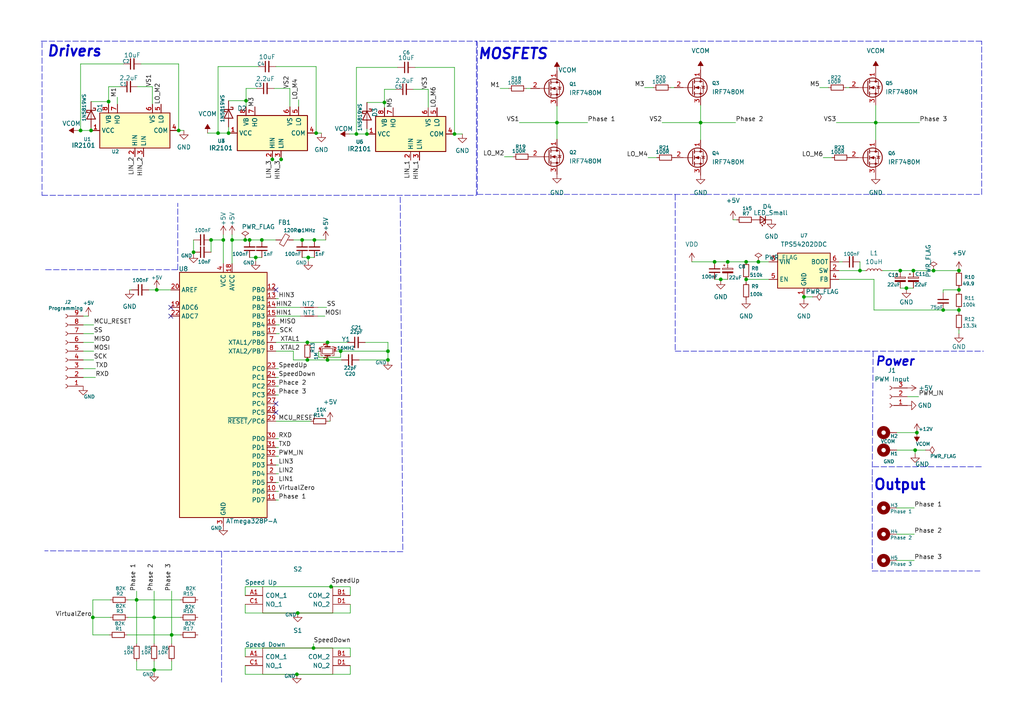
<source format=kicad_sch>
(kicad_sch (version 20211123) (generator eeschema)
  (paper "A4")
  (junction (at 106.426 38.862))
  (junction (at 89.154 99.314))
  (junction (at 78.994 46.228))
  (junction (at 265.43 130.556))
  (junction (at 161.544 35.56))
  (junction (at 39.624 173.99))
  (junction (at 203.2 35.56))
  (junction (at 75.946 69.596))
  (junction (at 254 35.56))
  (junction (at 216.408 81.026))
  (junction (at 51.816 37.846))
  (junction (at 112.522 101.854))
  (junction (at 278.13 78.486))
  (junction (at 91.694 38.608))
  (junction (at 131.826 38.862))
  (junction (at 112.522 104.394))
  (junction (at 211.074 75.946))
  (junction (at 278.13 84.074))
  (junction (at 74.168 74.676))
  (junction (at 209.042 81.026))
  (junction (at 273.558 89.916))
  (junction (at 264.922 78.486))
  (junction (at 111.506 29.718))
  (junction (at 233.172 86.106))
  (junction (at 45.466 84.074))
  (junction (at 49.784 184.15))
  (junction (at 31.496 29.464))
  (junction (at 90.932 187.96))
  (junction (at 81.534 46.228))
  (junction (at 23.368 37.846))
  (junction (at 249.428 78.486))
  (junction (at 270.764 78.486))
  (junction (at 261.112 78.486))
  (junction (at 64.77 69.596))
  (junction (at 265.938 125.476))
  (junction (at 98.806 101.854))
  (junction (at 219.964 75.946))
  (junction (at 61.214 69.596))
  (junction (at 103.378 38.862))
  (junction (at 262.89 83.566))
  (junction (at 66.294 38.608))
  (junction (at 44.704 179.07))
  (junction (at 71.12 69.596))
  (junction (at 86.36 177.8))
  (junction (at 86.106 195.58))
  (junction (at 44.704 194.31))
  (junction (at 207.264 75.946))
  (junction (at 26.416 37.846))
  (junction (at 89.154 104.394))
  (junction (at 67.31 69.596))
  (junction (at 56.134 73.152))
  (junction (at 216.408 75.946))
  (junction (at 87.63 69.596))
  (junction (at 71.374 29.21))
  (junction (at 26.924 179.07))
  (junction (at 94.996 104.394))
  (junction (at 91.186 69.596))
  (junction (at 89.408 74.676))
  (junction (at 96.012 170.18))
  (junction (at 278.13 89.916))
  (junction (at 94.996 99.314))
  (junction (at 63.246 38.608))
  (junction (at 72.39 69.596))
  (no_connect (at 80.01 117.094))
  (no_connect (at 49.53 89.154))
  (no_connect (at 80.01 119.634))
  (no_connect (at 80.01 84.074))
  (no_connect (at 49.53 91.694))
  (wire (pts (xy 120.396 19.558) (xy 131.826 19.558)))
  (wire (pts (xy 242.57 35.56) (xy 254 35.56)))
  (wire (pts (xy 260.096 147.32) (xy 265.176 147.32)))
  (wire (pts (xy 270.764 78.486) (xy 278.13 78.486)))
  (wire (pts (xy 81.534 46.482) (xy 81.534 46.228)))
  (wire (pts (xy 31.496 29.464) (xy 31.496 30.226)))
  (wire (pts (xy 71.12 195.58) (xy 86.106 195.58)))
  (wire (pts (xy 78.994 46.482) (xy 78.994 46.228)))
  (wire (pts (xy 97.536 101.854) (xy 98.806 101.854)))
  (wire (pts (xy 89.154 99.314) (xy 94.996 99.314)))
  (wire (pts (xy 106.426 29.718) (xy 111.506 29.718)))
  (polyline (pts (xy 138.43 12.192) (xy 138.43 56.388)) (stroke (width 0) (type dash)))
  (wire (pts (xy 112.522 99.314) (xy 112.522 101.854)))
  (wire (pts (xy 26.67 179.07) (xy 26.924 179.07)))
  (wire (pts (xy 265.43 130.556) (xy 265.43 131.572)))
  (wire (pts (xy 80.01 91.694) (xy 87.122 91.694)))
  (wire (pts (xy 101.6 177.8) (xy 101.6 175.26)))
  (wire (pts (xy 243.332 78.486) (xy 249.428 78.486)))
  (wire (pts (xy 94.996 99.314) (xy 100.838 99.314)))
  (wire (pts (xy 87.63 74.676) (xy 89.408 74.676)))
  (wire (pts (xy 200.66 75.946) (xy 207.264 75.946)))
  (wire (pts (xy 161.544 35.56) (xy 161.544 40.386)))
  (wire (pts (xy 103.378 19.558) (xy 115.316 19.558)))
  (wire (pts (xy 101.6 170.18) (xy 96.012 170.18)))
  (wire (pts (xy 44.704 179.07) (xy 44.704 186.69)))
  (wire (pts (xy 237.744 25.4) (xy 240.284 25.4)))
  (wire (pts (xy 38.1 84.074) (xy 37.592 84.074)))
  (polyline (pts (xy 284.734 56.388) (xy 284.734 11.938)))
  (wire (pts (xy 219.964 75.946) (xy 223.012 75.946)))
  (wire (pts (xy 85.09 104.394) (xy 89.154 104.394)))
  (polyline (pts (xy 195.834 101.854) (xy 285.242 101.854)))
  (wire (pts (xy 23.368 18.542) (xy 35.814 18.542)))
  (wire (pts (xy 75.946 69.596) (xy 80.01 69.596)))
  (wire (pts (xy 80.772 129.794) (xy 80.01 129.794)))
  (wire (pts (xy 80.772 139.954) (xy 80.01 139.954)))
  (wire (pts (xy 87.63 69.596) (xy 91.186 69.596)))
  (wire (pts (xy 216.408 81.026) (xy 216.408 81.788)))
  (wire (pts (xy 37.084 179.07) (xy 44.704 179.07)))
  (wire (pts (xy 89.408 74.676) (xy 89.408 75.692)))
  (wire (pts (xy 26.924 179.07) (xy 32.004 179.07)))
  (wire (pts (xy 124.206 25.908) (xy 119.888 25.908)))
  (wire (pts (xy 207.264 75.946) (xy 211.074 75.946)))
  (wire (pts (xy 106.426 37.338) (xy 106.426 38.862)))
  (wire (pts (xy 152.654 25.654) (xy 153.924 25.654)))
  (wire (pts (xy 194.564 25.4) (xy 195.58 25.4)))
  (wire (pts (xy 101.6 190.5) (xy 101.6 187.96)))
  (wire (pts (xy 80.01 99.314) (xy 89.154 99.314)))
  (wire (pts (xy 92.456 101.854) (xy 92.456 103.632)))
  (wire (pts (xy 101.346 38.862) (xy 103.378 38.862)))
  (wire (pts (xy 86.106 195.58) (xy 101.6 195.58)))
  (wire (pts (xy 44.704 191.77) (xy 44.704 194.31)))
  (wire (pts (xy 96.012 170.18) (xy 71.12 170.18)))
  (wire (pts (xy 265.43 130.556) (xy 268.478 130.556)))
  (wire (pts (xy 74.168 74.676) (xy 74.168 75.692)))
  (wire (pts (xy 94.996 104.394) (xy 99.06 104.394)))
  (wire (pts (xy 80.772 132.334) (xy 80.01 132.334)))
  (wire (pts (xy 111.506 25.908) (xy 111.506 29.718)))
  (wire (pts (xy 131.826 38.862) (xy 134.112 38.862)))
  (wire (pts (xy 238.76 45.72) (xy 241.3 45.72)))
  (wire (pts (xy 80.772 134.874) (xy 80.01 134.874)))
  (wire (pts (xy 245.364 25.4) (xy 246.38 25.4)))
  (wire (pts (xy 86.614 28.956) (xy 86.614 30.988)))
  (wire (pts (xy 44.704 179.07) (xy 52.324 179.07)))
  (wire (pts (xy 49.784 171.45) (xy 49.784 184.15)))
  (wire (pts (xy 203.2 35.56) (xy 203.2 40.64)))
  (polyline (pts (xy 12.192 12.192) (xy 12.192 56.642)))
  (wire (pts (xy 67.31 69.596) (xy 67.31 68.072)))
  (wire (pts (xy 26.416 37.084) (xy 26.416 37.846)))
  (wire (pts (xy 39.878 25.146) (xy 44.196 25.146)))
  (wire (pts (xy 187.96 45.72) (xy 190.5 45.72)))
  (wire (pts (xy 43.18 84.074) (xy 45.466 84.074)))
  (wire (pts (xy 81.026 96.774) (xy 80.01 96.774)))
  (wire (pts (xy 81.026 94.234) (xy 80.01 94.234)))
  (wire (pts (xy 39.624 171.45) (xy 39.624 173.99)))
  (wire (pts (xy 74.168 74.676) (xy 75.946 74.676)))
  (wire (pts (xy 44.196 25.146) (xy 44.196 30.226)))
  (wire (pts (xy 260.096 130.556) (xy 265.43 130.556)))
  (wire (pts (xy 261.112 83.566) (xy 262.89 83.566)))
  (wire (pts (xy 211.074 75.946) (xy 216.408 75.946)))
  (wire (pts (xy 44.704 195.072) (xy 44.704 194.31)))
  (wire (pts (xy 111.506 29.718) (xy 111.506 31.242)))
  (wire (pts (xy 67.31 69.596) (xy 71.12 69.596)))
  (wire (pts (xy 61.214 69.596) (xy 61.214 73.152)))
  (wire (pts (xy 39.624 173.99) (xy 52.324 173.99)))
  (wire (pts (xy 45.466 84.074) (xy 45.466 83.82)))
  (wire (pts (xy 235.712 86.106) (xy 233.172 86.106)))
  (wire (pts (xy 66.294 29.21) (xy 71.374 29.21)))
  (wire (pts (xy 71.374 25.654) (xy 71.374 29.21)))
  (wire (pts (xy 34.036 28.194) (xy 34.036 30.226)))
  (wire (pts (xy 264.922 78.486) (xy 270.764 78.486)))
  (wire (pts (xy 203.2 35.56) (xy 213.36 35.56)))
  (wire (pts (xy 112.522 104.394) (xy 112.522 104.648)))
  (wire (pts (xy 71.374 29.21) (xy 71.374 30.988)))
  (wire (pts (xy 71.12 177.8) (xy 86.36 177.8)))
  (polyline (pts (xy 138.176 11.938) (xy 138.176 12.192)) (stroke (width 0) (type dash)))
  (wire (pts (xy 249.428 78.486) (xy 250.952 78.486)))
  (wire (pts (xy 85.09 69.596) (xy 87.63 69.596)))
  (wire (pts (xy 260.096 162.56) (xy 265.176 162.56)))
  (wire (pts (xy 61.214 69.596) (xy 64.77 69.596)))
  (wire (pts (xy 64.77 68.072) (xy 64.77 69.596)))
  (wire (pts (xy 31.496 25.146) (xy 31.496 29.464)))
  (wire (pts (xy 89.154 104.394) (xy 94.996 104.394)))
  (wire (pts (xy 56.134 69.596) (xy 56.134 73.152)))
  (wire (pts (xy 278.13 84.074) (xy 278.13 84.582)))
  (wire (pts (xy 95.25 122.174) (xy 95.758 122.174)))
  (wire (pts (xy 103.378 19.558) (xy 103.378 38.862)))
  (wire (pts (xy 249.428 75.946) (xy 249.428 78.486)))
  (wire (pts (xy 63.246 19.304) (xy 74.93 19.304)))
  (wire (pts (xy 94.234 91.694) (xy 92.202 91.694)))
  (wire (pts (xy 146.304 45.466) (xy 148.844 45.466)))
  (wire (pts (xy 211.074 81.026) (xy 209.042 81.026)))
  (wire (pts (xy 90.932 186.69) (xy 90.932 187.96)))
  (wire (pts (xy 26.924 179.07) (xy 26.924 173.99)))
  (wire (pts (xy 216.408 75.946) (xy 219.964 75.946)))
  (wire (pts (xy 71.12 170.18) (xy 71.12 172.72)))
  (polyline (pts (xy 12.192 56.642) (xy 138.176 56.642)))
  (wire (pts (xy 71.12 175.26) (xy 71.12 177.8)))
  (wire (pts (xy 27.686 106.934) (xy 24.13 106.934)))
  (polyline (pts (xy 253.238 101.854) (xy 252.984 138.176)))
  (wire (pts (xy 23.368 37.846) (xy 26.416 37.846)))
  (wire (pts (xy 39.624 194.31) (xy 44.704 194.31)))
  (wire (pts (xy 131.826 19.558) (xy 131.826 38.862)))
  (wire (pts (xy 278.13 84.074) (xy 273.558 84.074)))
  (wire (pts (xy 80.01 19.304) (xy 91.694 19.304)))
  (wire (pts (xy 80.772 127.254) (xy 80.01 127.254)))
  (wire (pts (xy 80.772 137.414) (xy 80.01 137.414)))
  (wire (pts (xy 80.01 89.154) (xy 87.122 89.154)))
  (wire (pts (xy 26.924 173.99) (xy 32.004 173.99)))
  (wire (pts (xy 36.83 184.15) (xy 49.784 184.15)))
  (wire (pts (xy 150.622 35.56) (xy 161.544 35.56)))
  (wire (pts (xy 262.89 83.566) (xy 262.89 83.82)))
  (wire (pts (xy 67.31 76.454) (xy 67.31 69.596)))
  (wire (pts (xy 49.784 194.31) (xy 44.704 194.31)))
  (wire (pts (xy 80.01 101.854) (xy 85.09 101.854)))
  (wire (pts (xy 27.686 109.474) (xy 24.13 109.474)))
  (polyline (pts (xy 138.176 56.642) (xy 138.176 11.938)) (stroke (width 0) (type dash)))
  (wire (pts (xy 278.13 89.662) (xy 278.13 89.916)))
  (wire (pts (xy 243.332 81.026) (xy 253.492 81.026)))
  (wire (pts (xy 278.13 95.758) (xy 278.13 96.774)))
  (wire (pts (xy 84.074 25.654) (xy 84.074 30.988)))
  (wire (pts (xy 253.492 81.026) (xy 253.492 89.916)))
  (wire (pts (xy 124.206 25.908) (xy 124.206 31.242)))
  (wire (pts (xy 72.39 69.596) (xy 75.946 69.596)))
  (wire (pts (xy 40.894 18.542) (xy 51.816 18.542)))
  (polyline (pts (xy 51.562 78.232) (xy 51.562 58.928)))
  (wire (pts (xy 161.544 30.734) (xy 161.544 35.56)))
  (wire (pts (xy 233.172 86.868) (xy 233.172 86.106)))
  (wire (pts (xy 186.944 25.4) (xy 189.484 25.4)))
  (wire (pts (xy 37.084 173.99) (xy 39.624 173.99)))
  (wire (pts (xy 27.178 96.774) (xy 24.13 96.774)))
  (wire (pts (xy 45.466 84.074) (xy 49.53 84.074)))
  (wire (pts (xy 273.558 89.916) (xy 278.13 89.916)))
  (wire (pts (xy 71.12 69.596) (xy 72.39 69.596)))
  (wire (pts (xy 85.09 101.854) (xy 85.09 104.394)))
  (polyline (pts (xy 11.938 11.938) (xy 138.176 11.938)) (stroke (width 0) (type dash)))
  (wire (pts (xy 64.77 69.596) (xy 64.77 76.454)))
  (wire (pts (xy 44.704 171.45) (xy 44.704 179.07)))
  (wire (pts (xy 209.042 81.026) (xy 209.042 81.28)))
  (polyline (pts (xy 195.834 56.388) (xy 195.834 101.854)))
  (wire (pts (xy 56.134 73.66) (xy 56.134 73.152)))
  (wire (pts (xy 101.6 172.72) (xy 101.6 170.18)))
  (polyline (pts (xy 64.262 160.02) (xy 64.262 197.866)))
  (wire (pts (xy 80.01 122.174) (xy 90.17 122.174)))
  (wire (pts (xy 90.932 187.96) (xy 101.6 187.96)))
  (wire (pts (xy 74.422 25.654) (xy 71.374 25.654)))
  (wire (pts (xy 91.186 69.596) (xy 94.488 69.596)))
  (wire (pts (xy 266.446 115.062) (xy 263.144 115.062)))
  (wire (pts (xy 91.694 19.304) (xy 91.694 38.608)))
  (polyline (pts (xy 252.984 138.176) (xy 252.984 165.608)))
  (wire (pts (xy 111.506 25.908) (xy 114.808 25.908)))
  (wire (pts (xy 212.598 63.754) (xy 213.614 63.754)))
  (wire (pts (xy 63.246 38.608) (xy 66.294 38.608)))
  (wire (pts (xy 89.408 74.676) (xy 91.186 74.676)))
  (wire (pts (xy 79.502 25.654) (xy 84.074 25.654)))
  (wire (pts (xy 80.772 142.494) (xy 80.01 142.494)))
  (wire (pts (xy 66.294 36.83) (xy 66.294 38.608)))
  (wire (pts (xy 203.2 30.48) (xy 203.2 35.56)))
  (wire (pts (xy 253.492 89.916) (xy 273.558 89.916)))
  (wire (pts (xy 80.772 109.474) (xy 80.01 109.474)))
  (wire (pts (xy 22.606 37.846) (xy 23.368 37.846)))
  (wire (pts (xy 51.816 37.846) (xy 53.34 37.846)))
  (wire (pts (xy 27.178 104.394) (xy 24.13 104.394)))
  (wire (pts (xy 31.496 25.146) (xy 34.798 25.146)))
  (wire (pts (xy 51.816 18.542) (xy 51.816 37.846)))
  (wire (pts (xy 23.368 37.846) (xy 23.368 18.542)))
  (wire (pts (xy 261.112 78.486) (xy 264.922 78.486)))
  (wire (pts (xy 27.178 99.314) (xy 24.13 99.314)))
  (wire (pts (xy 60.198 38.608) (xy 63.246 38.608)))
  (wire (pts (xy 86.36 177.8) (xy 101.6 177.8)))
  (wire (pts (xy 71.12 193.04) (xy 71.12 195.58)))
  (wire (pts (xy 49.784 191.77) (xy 49.784 194.31)))
  (wire (pts (xy 92.456 103.632) (xy 98.806 103.632)))
  (wire (pts (xy 49.784 184.15) (xy 49.784 186.69)))
  (wire (pts (xy 101.6 193.04) (xy 101.6 195.58)))
  (wire (pts (xy 260.096 125.476) (xy 265.938 125.476)))
  (wire (pts (xy 207.264 81.026) (xy 209.042 81.026)))
  (wire (pts (xy 80.772 86.614) (xy 80.01 86.614)))
  (polyline (pts (xy 252.984 165.608) (xy 284.226 165.608)))
  (wire (pts (xy 91.694 38.608) (xy 93.218 38.608)))
  (wire (pts (xy 192.024 35.56) (xy 203.2 35.56)))
  (polyline (pts (xy 116.84 160.02) (xy 12.954 159.766)))
  (polyline (pts (xy 284.734 11.938) (xy 138.176 11.938)) (stroke (width 0) (type dash)))
  (wire (pts (xy 254 35.56) (xy 266.7 35.56)))
  (wire (pts (xy 24.13 91.694) (xy 25.654 91.694)))
  (wire (pts (xy 80.772 114.554) (xy 80.01 114.554)))
  (wire (pts (xy 104.14 104.394) (xy 112.522 104.394)))
  (wire (pts (xy 27.178 94.234) (xy 24.13 94.234)))
  (wire (pts (xy 254 35.56) (xy 254 40.64)))
  (wire (pts (xy 80.772 112.014) (xy 80.01 112.014)))
  (wire (pts (xy 49.784 184.15) (xy 52.324 184.15)))
  (wire (pts (xy 72.39 74.676) (xy 74.168 74.676)))
  (wire (pts (xy 71.12 187.96) (xy 71.12 190.5)))
  (wire (pts (xy 278.13 89.916) (xy 278.13 90.678)))
  (wire (pts (xy 94.742 89.154) (xy 92.202 89.154)))
  (wire (pts (xy 98.806 101.854) (xy 112.522 101.854)))
  (polyline (pts (xy 116.078 57.15) (xy 116.84 160.02)))
  (polyline (pts (xy 138.43 56.388) (xy 284.734 56.388)))
  (wire (pts (xy 98.806 103.632) (xy 98.806 101.854)))
  (wire (pts (xy 26.924 184.15) (xy 31.75 184.15)))
  (wire (pts (xy 26.416 29.464) (xy 31.496 29.464)))
  (wire (pts (xy 145.034 25.654) (xy 147.574 25.654)))
  (wire (pts (xy 105.918 99.314) (xy 112.522 99.314)))
  (wire (pts (xy 27.178 101.854) (xy 24.13 101.854)))
  (wire (pts (xy 256.032 78.486) (xy 261.112 78.486)))
  (wire (pts (xy 260.096 154.94) (xy 265.176 154.94)))
  (polyline (pts (xy 253.238 135.382) (xy 284.988 135.382)))
  (wire (pts (xy 63.246 19.304) (xy 63.246 38.608)))
  (wire (pts (xy 80.772 106.934) (xy 80.01 106.934)))
  (wire (pts (xy 243.332 75.946) (xy 244.348 75.946)))
  (wire (pts (xy 264.922 83.566) (xy 262.89 83.566)))
  (wire (pts (xy 103.378 38.862) (xy 106.426 38.862)))
  (polyline (pts (xy 13.208 78.232) (xy 51.562 78.232)))
  (wire (pts (xy 278.13 83.566) (xy 278.13 84.074)))
  (wire (pts (xy 273.558 84.074) (xy 273.558 84.836)))
  (wire (pts (xy 26.924 179.07) (xy 26.924 184.15)))
  (wire (pts (xy 216.408 81.026) (xy 223.012 81.026)))
  (wire (pts (xy 112.522 101.854) (xy 112.522 104.394)))
  (wire (pts (xy 39.624 173.99) (xy 39.624 186.69)))
  (wire (pts (xy 71.12 187.96) (xy 90.932 187.96)))
  (wire (pts (xy 96.012 169.418) (xy 96.012 170.18)))
  (wire (pts (xy 39.624 191.77) (xy 39.624 194.31)))
  (wire (pts (xy 254 30.48) (xy 254 35.56)))
  (wire (pts (xy 80.772 145.034) (xy 80.01 145.034)))
  (wire (pts (xy 161.544 35.56) (xy 170.434 35.56)))
  (text "Drivers" (at 13.462 16.764 0) (effects (font (size 3 3) (thickness 0.6) bold italic) (justify left bottom)))
  (text "Power\n" (at 253.746 106.426 0) (effects (font (size 2.5 2.5) (thickness 0.5) bold italic) (justify left bottom)))
  (text "Output\n" (at 253.238 142.494 0) (effects (font (size 3 3) (thickness 0.6) bold) (justify left bottom)))
  (text "MOSFETS" (at 138.43 17.526 0) (effects (font (size 3 3) (thickness 0.6) bold italic) (justify left bottom)))
  (label "SCK" (at 27.178 104.394 0))
  (label "Phase 2" (at 213.36 35.56 0))
  (label "Phase 2" (at 44.704 171.45 90))
  (label "MISO" (at 27.178 99.314 0))
  (label "Phase 3" (at 49.784 171.45 90))
  (label "PWM_IN" (at 266.446 115.062 0))
  (label "HIN1" (at 80.01 91.694 0))
  (label "Phace 3" (at 80.772 114.554 0))
  (label "LO_M4" (at 187.96 45.72 180))
  (label "LO_M6" (at 126.746 31.242 90))
  (label "VirtualZero" (at 80.772 142.494 0))
  (label "HIN_1" (at 121.666 46.482 270))
  (label "MCU_RESET" (at 80.772 122.174 0))
  (label "Phase 2" (at 265.176 154.94 0))
  (label "LO_M6" (at 238.76 45.72 180))
  (label "LIN2" (at 80.772 137.414 0))
  (label "MOSI" (at 94.234 91.694 0))
  (label "RXD" (at 27.686 109.474 0))
  (label "Phase 1" (at 80.772 145.034 0))
  (label "VS3" (at 242.57 35.56 180))
  (label "TXD" (at 80.772 129.794 0))
  (label "HIN3" (at 80.772 86.614 0))
  (label "TXD" (at 27.686 106.934 0))
  (label "LO_M2" (at 146.304 45.466 180))
  (label "SpeedDown" (at 80.772 109.474 0))
  (label "LO_M2" (at 46.736 30.226 90))
  (label "VirtualZero" (at 26.67 179.07 180))
  (label "LIN3" (at 80.772 134.874 0))
  (label "SS" (at 94.742 89.154 0))
  (label "VS1" (at 44.196 25.146 90))
  (label "Phace 2" (at 80.772 112.014 0))
  (label "SCK" (at 81.026 96.774 0))
  (label "Phase 1" (at 39.624 171.45 90))
  (label "HIN_3" (at 81.534 46.482 270))
  (label "M3" (at 73.914 30.988 90))
  (label "Phase 3" (at 265.176 162.56 0))
  (label "HIN_2" (at 41.656 45.466 270))
  (label "Phase 1" (at 265.176 147.32 0))
  (label "MCU_RESET" (at 27.178 94.234 0))
  (label "MOSI" (at 27.178 101.854 0))
  (label "XTAL2" (at 81.28 101.854 0))
  (label "SS" (at 27.178 96.774 0))
  (label "SpeedUp" (at 80.772 106.934 0))
  (label "VS3" (at 124.206 25.908 90))
  (label "SpeedUp" (at 96.012 169.418 0))
  (label "MISO" (at 81.026 94.234 0))
  (label "RXD" (at 80.772 127.254 0))
  (label "Phase 3" (at 266.7 35.56 0))
  (label "Phase 1" (at 170.434 35.56 0))
  (label "XTAL1" (at 81.28 99.314 0))
  (label "LO_M4" (at 86.614 28.956 90))
  (label "SpeedDown" (at 90.932 186.69 0))
  (label "VS2" (at 192.024 35.56 180))
  (label "PWM_IN" (at 80.772 132.334 0))
  (label "LIN1" (at 80.772 139.954 0))
  (label "M1" (at 145.034 25.654 180))
  (label "M5" (at 114.046 31.242 90))
  (label "M3" (at 186.944 25.4 180))
  (label "M5" (at 237.744 25.4 180))
  (label "LIN_1" (at 119.126 46.482 270))
  (label "HIN2" (at 80.01 89.154 0))
  (label "LIN_2" (at 39.116 45.466 270))
  (label "LIN_3" (at 78.994 46.482 270))
  (label "M1" (at 34.036 28.194 90))
  (label "VS1" (at 150.622 35.56 180))
  (label "VS2" (at 84.074 25.654 90))
  (symbol (lib_id "power:GND") (at 233.172 86.868 0) (unit 1)
    (property "Reference" "#PWR07" (effects hide))
    (property "Value" "GND" (at 233.172 91.694 0))
  )
  (symbol (lib_id "Device:C_Small") (at 75.946 72.136 180) (unit 1)
    (property "Reference" "C17" (effects hide))
    (property "Value" "1nF" (at 79.248 73.66 0) (effects (font (size 1 1)) (justify left)))
    (property "JLCSMT" "C52923" (effects hide))
  )
  (symbol (lib_id "power:GND") (at 86.36 177.8 0) (unit 1)
    (property "Reference" "#PWR0116" (effects hide))
    (property "Value" "GND" (at 84.328 178.308 0) (effects (font (size 1.01 1.01))))
  )
  (symbol (lib_id "Device:C_Small") (at 101.6 104.394 90) (unit 1)
    (property "Reference" "C20" (at 101.6 108.458 90) (effects (font (size 1 1))))
    (property "Value" "22pF" (at 101.6 106.68 90) (effects (font (size 1 1))))
    (property "JLCSMT" "C1555" (effects hide))
  )
  (symbol (lib_id "power:GND") (at 223.774 63.754 0) (unit 1)
    (property "Reference" "#PWR06" (effects hide))
    (property "Value" "GND" (at 223.774 68.58 0))
  )
  (symbol (lib_id "power:GND") (at 24.13 112.014 0) (unit 1)
    (property "Reference" "#PWR011" (effects hide))
    (property "Value" "GND" (at 25.908 115.062 0) (effects (font (size 1.01 1.01))))
  )
  (symbol (lib_id "Device:C_Small") (at 72.39 72.136 180) (unit 1)
    (property "Reference" "C16" (effects hide))
    (property "Value" "100nF" (at 72.136 73.66 0) (effects (font (size 1 1)) (justify left)))
    (property "JLCSMT" "C14663" (effects hide))
  )
  (symbol (lib_id "power:+5V") (at 45.466 83.82 0) (unit 1)
    (property "Reference" "#PWR014" (effects hide))
    (property "Value" "+5V" (at 45.466 80.518 0) (effects (font (size 1 1))))
  )
  (symbol (lib_id "Connector:Conn_01x03_Female") (at 258.064 115.062 180) (unit 1)
    (property "Reference" "J1" (at 258.699 107.442 0))
    (property "Value" "PWM Input" (at 258.699 109.982 0))
  )
  (symbol (lib_id "power:+5V") (at 278.13 78.486 0) (unit 1)
    (property "Reference" "#PWR09" (effects hide))
    (property "Value" "+5V" (at 278.13 73.406 0))
  )
  (symbol (lib_id "Device:R_Small") (at 151.384 45.466 90) (unit 1)
    (property "Reference" "R19" (at 152.527 42.545 90) (effects (font (size 1 1)) (justify left)))
    (property "Value" "100R" (at 152.527 43.815 90) (effects (font (size 1 1)) (justify left)))
    (property "Footprint" "Resistor_SMD:R_0402_1005Metric" (effects hide))
    (property "JLCSMT" "C328416" (effects hide))
  )
  (symbol (lib_id "Mechanical:MountingHole_Pad") (at 257.556 154.94 90) (unit 1)
    (property "Reference" "H4" (at 259.334 154.178 90) (effects (font (size 1 1))))
    (property "Value" "Phase 2" (at 261.366 155.956 90) (effects (font (size 1 1))))
  )
  (symbol (lib_id "power:GND") (at 203.2 50.8 0) (unit 1)
    (property "Reference" "#PWR0103" (effects hide))
    (property "Value" "GND" (at 203.2 55.88 0))
  )
  (symbol (lib_id "power:+12V") (at 265.938 125.476 0) (unit 1)
    (property "Reference" "#PWR0108" (effects hide))
    (property "Value" "+12V" (at 268.478 124.46 0) (effects (font (size 1 1))))
  )
  (symbol (lib_id "power:PWR_FLAG") (at 235.712 86.106 270) (unit 1)
    (property "Reference" "#FLG02" (effects hide))
    (property "Value" "PWR_FLAG" (at 233.68 84.582 90) (effects (justify left)))
  )
  (symbol (lib_id "Driver_FET:IR2101") (at 78.994 38.608 90) (unit 1)
    (property "Reference" "U3" (at 65.278 40.894 90) (effects (font (size 1 1)) (justify left)))
    (property "Value" "IR2101" (at 67.564 42.926 90) (effects (justify left)))
    (property "Datasheet" "https://www.infineon.com/dgdl/ir2101.pdf?fileId=5546d462533600a4015355c7a755166c" (effects hide))
    (property "JLCSMT" "C2956" (effects hide))
  )
  (symbol (lib_id "Device:C_Small") (at 207.264 78.486 0) (unit 1)
    (property "Reference" "C7" (effects hide))
    (property "Value" "100nF" (at 203.454 80.264 0) (effects (font (size 1 1)) (justify left)))
    (property "JLCSMT" "C14663" (effects hide))
  )
  (symbol (lib_id "Driver_FET:IR2101") (at 39.116 37.846 90) (unit 1)
    (property "Reference" "U1" (at 26.416 40.386 90) (effects (font (size 1 1)) (justify left)))
    (property "Value" "IR2101" (at 27.686 42.164 90) (effects (justify left)))
    (property "Datasheet" "https://www.infineon.com/dgdl/ir2101.pdf?fileId=5546d462533600a4015355c7a755166c" (effects hide))
    (property "JLCSMT" "C2956" (effects hide))
  )
  (symbol (lib_id "Device:C_Small") (at 77.47 19.304 90) (unit 1)
    (property "Reference" "C4" (at 75.692 18.542 90) (effects (font (size 1 1))))
    (property "Value" "10uF" (at 77.47 16.51 90))
    (property "JLCSMT" "C89632" (effects hide))
  )
  (symbol (lib_id "Device:L_Small") (at 253.492 78.486 90) (unit 1)
    (property "Reference" "L1" (at 253.492 73.406 90))
    (property "Value" "10uH" (at 253.492 75.946 90))
    (property "Footprint" "Inductor_SMD:L_Vishay_IHLP-2525" (effects hide))
    (property "JLCSMT" "C540965" (effects hide))
  )
  (symbol (lib_id "power:PWR_FLAG") (at 268.478 130.556 270) (unit 1)
    (property "Reference" "#FLG0101" (effects hide))
    (property "Value" "PWR_FLAG" (at 273.558 132.334 90) (effects (font (size 1 1))))
  )
  (symbol (lib_id "Device:R_Small") (at 89.154 101.854 0) (unit 1)
    (property "Reference" "R13" (at 90.678 102.362 90) (effects (font (size 1 1)) (justify left)))
    (property "Value" "1M" (at 91.694 104.394 90) (effects (font (size 1 1)) (justify left)))
    (property "Footprint" "Resistor_SMD:R_0402_1005Metric" (effects hide))
    (property "JLCSMT" "C881263" (effects hide))
  )
  (symbol (lib_id "power:+5V") (at 95.758 122.174 0) (unit 1)
    (property "Reference" "#PWR022" (effects hide))
    (property "Value" "+5V" (at 95.758 116.586 0))
  )
  (symbol (lib_id "power:+5V") (at 67.31 68.072 0) (unit 1)
    (property "Reference" "#PWR018" (effects hide))
    (property "Value" "+5V" (at 67.31 63.5 90))
  )
  (symbol (lib_id "Device:C_Small") (at 58.674 69.596 90) (unit 1)
    (property "Reference" "C14" (effects hide))
    (property "Value" "100nF" (at 61.214 66.802 90) (effects (font (size 1 1)) (justify left)))
    (property "JLCSMT" "C14663" (effects hide))
  )
  (symbol (lib_id "Mechanical:MountingHole_Pad") (at 257.556 125.476 90) (unit 1)
    (property "Reference" "H2" (at 259.334 126.492 90) (effects (font (size 1 1))))
    (property "Value" "VCOM" (at 257.556 128.016 90) (effects (font (size 1 1))))
  )
  (symbol (lib_id "Device:R_Small") (at 192.024 25.4 90) (unit 1)
    (property "Reference" "R20" (at 193.167 22.479 90) (effects (font (size 1 1)) (justify left)))
    (property "Value" "100R" (at 193.167 23.749 90) (effects (font (size 1 1)) (justify left)))
    (property "Footprint" "Resistor_SMD:R_0402_1005Metric" (effects hide))
    (property "JLCSMT" "C328416" (effects hide))
  )
  (symbol (lib_id "Device:R_Small") (at 216.408 78.486 0) (unit 1)
    (property "Reference" "R8" (at 217.932 77.851 0) (effects (font (size 1 1)) (justify left)))
    (property "Value" "510k" (at 217.424 79.756 0) (effects (font (size 1 1)) (justify left)))
    (property "Footprint" "Resistor_SMD:R_0402_1005Metric" (effects hide))
    (property "JLCSMT" "C328323" (effects hide))
  )
  (symbol (lib_id "Device:C_Small") (at 246.888 75.946 90) (unit 1)
    (property "Reference" "C9" (effects hide))
    (property "Value" "100nF" (at 249.428 73.66 90) (effects (font (size 1 1)) (justify left)))
    (property "JLCSMT" "C14663" (effects hide))
  )
  (symbol (lib_id "TS-1187A-B-A-B:TS-1187A-B-A-B") (at 71.12 172.72 0) (unit 1)
    (property "Reference" "S2" (at 86.36 165.1 0))
    (property "Value" "Speed Up" (at 75.692 168.91 0))
    (property "Footprint" "TS-1187A-B-A-B:TS1187ABAB" (effects hide))
    (property "Datasheet" "http://www.helloxkb.com/public/images/pdf/TS-1187A-X-X-X.pdf" (effects hide))
    (property "Description" "tact switch 4x4X1.5 patch 160GF metal head waterproof" (effects hide))
    (property "Height" "4.05" (effects hide))
    (property "Manufacturer_Name" "XKB Connectivity" (effects hide))
    (property "Manufacturer_Part_Number" "TS-1187A-B-A-B" (effects hide))
    (property "JLCSMT" "C318884" (effects hide))
  )
  (symbol (lib_id "power:VDD") (at 200.66 75.946 0) (unit 1)
    (property "Reference" "#PWR02" (effects hide))
    (property "Value" "VDD" (at 200.66 70.866 0))
  )
  (symbol (lib_id "TS-1187A-B-A-B:TS-1187A-B-A-B") (at 71.12 190.5 0) (unit 1)
    (property "Reference" "S1" (at 86.36 182.88 0))
    (property "Value" "Speed Down" (at 76.962 186.944 0))
    (property "Footprint" "TS-1187A-B-A-B:TS1187ABAB" (effects hide))
    (property "Datasheet" "http://www.helloxkb.com/public/images/pdf/TS-1187A-X-X-X.pdf" (effects hide))
    (property "Description" "tact switch 4x4X1.5 patch 160GF metal head waterproof" (effects hide))
    (property "Height" "4.05" (effects hide))
    (property "Manufacturer_Name" "XKB Connectivity" (effects hide))
    (property "Manufacturer_Part_Number" "TS-1187A-B-A-B" (effects hide))
    (property "JLCSMT" "C318884" (effects hide))
  )
  (symbol (lib_id "Device:FerriteBead_Small") (at 82.55 69.596 90) (unit 1)
    (property "Reference" "FB1" (at 82.5119 64.516 90))
    (property "Value" "120R@1MHz" (at 86.868 66.802 90) (effects (font (size 1 1))))
    (property "Footprint" "Inductor_SMD:L_0402_1005Metric" (effects hide))
    (property "JLCSMT" "C92036" (effects hide))
  )
  (symbol (lib_id "power:VCOM") (at 161.544 20.574 0) (unit 1)
    (property "Reference" "#PWR0109" (effects hide))
    (property "Value" "VCOM" (at 164.592 20.32 0))
  )
  (symbol (lib_id "Device:R_Small") (at 54.864 184.15 90) (unit 1)
    (property "Reference" "R17" (at 56.134 182.372 90) (effects (font (size 1 1)) (justify left)))
    (property "Value" "82K" (at 56.642 180.848 90) (effects (font (size 1 1)) (justify left)))
    (property "Footprint" "Resistor_SMD:R_0402_1005Metric" (effects hide))
    (property "JLCSMT" "1K5R040" (effects hide))
  )
  (symbol (lib_id "Device:R_Small") (at 39.624 189.23 180) (unit 1)
    (property "Reference" "R4" (at 38.862 187.96 0) (effects (font (size 1 1)) (justify left)))
    (property "Value" "10K" (at 38.862 189.23 0) (effects (font (size 1 1)) (justify left)))
    (property "Footprint" "Resistor_SMD:R_0402_1005Metric" (effects hide))
    (property "JLCSMT" "C317926" (effects hide))
  )
  (symbol (lib_id "Transistor_FET:IRF7480M") (at 251.46 45.72 0) (unit 1)
    (property "Reference" "Q6" (at 257.556 44.4499 0) (effects (font (size 1 1)) (justify left)))
    (property "Value" "IRF7480M" (at 257.556 46.9899 0) (effects (justify left)))
    (property "Footprint" "Package_DirectFET:DirectFET_ME" (effects hide))
    (property "Datasheet" "https://www.infineon.com/dgdl/Infineon-IRF7480M-DS-v01_02-EN.pdf?fileId=5546d462533600a4015355ff8fa41c30" (effects hide))
    (property "JLCSMT" "C152356" (effects hide))
  )
  (symbol (lib_id "power:VCOM") (at 101.346 38.862 90) (unit 1)
    (property "Reference" "#PWR0110" (effects hide))
    (property "Value" "VCOM" (at 97.028 37.338 90) (effects (justify right)))
  )
  (symbol (lib_id "Device:C_Small") (at 76.962 25.654 90) (unit 1)
    (property "Reference" "C3" (at 74.93 24.638 90) (effects (font (size 1 1))))
    (property "Value" "2.2uF" (at 76.962 22.86 90))
  )
  (symbol (lib_id "Device:R_Small") (at 34.29 184.15 90) (unit 1)
    (property "Reference" "R1" (at 35.56 182.372 90) (effects (font (size 1 1)) (justify left)))
    (property "Value" "82K" (at 36.322 180.848 90) (effects (font (size 1 1)) (justify left)))
    (property "Footprint" "Resistor_SMD:R_0402_1005Metric" (effects hide))
    (property "JLCSMT" "1K5R040" (effects hide))
  )
  (symbol (lib_id "power:GND") (at 37.592 84.074 0) (unit 1)
    (property "Reference" "#PWR013" (effects hide))
    (property "Value" "GND" (at 37.592 88.9 0))
  )
  (symbol (lib_id "power:GND") (at 64.77 152.654 0) (unit 1)
    (property "Reference" "#PWR017" (effects hide))
    (property "Value" "GND" (at 62.738 153.162 0) (effects (font (size 1.01 1.01))))
  )
  (symbol (lib_id "Device:C_Small") (at 117.856 19.558 90) (unit 1)
    (property "Reference" "C6" (at 117.856 15.24 90) (effects (font (size 1 1))))
    (property "Value" "10uF" (at 117.856 16.764 90))
    (property "JLCSMT" "C89632" (effects hide))
  )
  (symbol (lib_id "power:GND") (at 74.168 75.692 0) (unit 1)
    (property "Reference" "#PWR019" (effects hide))
    (property "Value" "GND" (at 72.136 76.2 0) (effects (font (size 1.01 1.01))))
  )
  (symbol (lib_id "power:GND") (at 254 50.8 0) (unit 1)
    (property "Reference" "#PWR0102" (effects hide))
    (property "Value" "GND" (at 254 55.88 0))
  )
  (symbol (lib_id "Device:R_Small") (at 34.544 179.07 90) (unit 1)
    (property "Reference" "R3" (at 35.814 177.292 90) (effects (font (size 1 1)) (justify left)))
    (property "Value" "82K" (at 36.576 175.768 90) (effects (font (size 1 1)) (justify left)))
    (property "Footprint" "Resistor_SMD:R_0402_1005Metric" (effects hide))
    (property "JLCSMT" "1K5R040" (effects hide))
  )
  (symbol (lib_id "power:+5V") (at 94.488 69.596 0) (unit 1)
    (property "Reference" "#PWR021" (effects hide))
    (property "Value" "+5V" (at 94.488 65.024 90))
  )
  (symbol (lib_id "Device:R_Small") (at 150.114 25.654 90) (unit 1)
    (property "Reference" "R18" (at 151.257 22.733 90) (effects (font (size 1 1)) (justify left)))
    (property "Value" "100R" (at 151.257 24.003 90) (effects (font (size 1 1)) (justify left)))
    (property "Footprint" "Resistor_SMD:R_0402_1005Metric" (effects hide))
    (property "JLCSMT" "C328416" (effects hide))
  )
  (symbol (lib_id "power:+5V") (at 25.654 91.694 0) (unit 1)
    (property "Reference" "#PWR012" (effects hide))
    (property "Value" "+5V" (at 25.654 87.884 0) (effects (font (size 1 1))))
  )
  (symbol (lib_id "Device:C_Polarized_Small") (at 261.112 81.026 0) (unit 1)
    (property "Reference" "C10" (at 257.556 79.756 0) (effects (font (size 1 1)) (justify left)))
    (property "Value" "22uF" (at 257.302 82.55 0) (effects (font (size 1 1)) (justify left)))
  )
  (symbol (lib_id "Device:R_Small") (at 216.154 63.754 90) (unit 1)
    (property "Reference" "R7" (at 217.424 61.976 90) (effects (font (size 1 1)) (justify left)))
    (property "Value" "1k5" (at 218.186 60.452 90) (effects (font (size 1 1)) (justify left)))
    (property "Footprint" "Resistor_SMD:R_0402_1005Metric" (effects hide))
    (property "JLCSMT" "C328305" (effects hide))
  )
  (symbol (lib_id "power:GND") (at 93.218 38.608 0) (unit 1)
    (property "Reference" "#PWR0105" (effects hide))
    (property "Value" "GND" (at 93.218 43.434 0))
  )
  (symbol (lib_id "Device:R_Small") (at 44.704 189.23 180) (unit 1)
    (property "Reference" "R5" (at 43.942 187.96 0) (effects (font (size 1 1)) (justify left)))
    (property "Value" "10K" (at 43.942 189.23 0) (effects (font (size 1 1)) (justify left)))
    (property "Footprint" "Resistor_SMD:R_0402_1005Metric" (effects hide))
    (property "JLCSMT" "C317926" (effects hide))
  )
  (symbol (lib_id "power:GND") (at 278.13 96.774 0) (unit 1)
    (property "Reference" "#PWR010" (effects hide))
    (property "Value" "GND" (at 278.13 100.584 0))
  )
  (symbol (lib_id "Diode:1N5819WS") (at 26.416 33.274 270) (unit 1)
    (property "Reference" "D1" (at 28.956 29.972 0) (effects (justify left)))
    (property "Value" "1N5819WS" (at 24.384 27.178 0) (effects (font (size 1 1)) (justify left)))
    (property "Footprint" "Diode_SMD:D_SOD-323" (effects hide))
    (property "Datasheet" "https://datasheet.lcsc.com/lcsc/2204281430_Guangdong-Hottech-1N5819WS_C191023.pdf" (effects hide))
  )
  (symbol (lib_id "Device:R_Small") (at 278.13 87.122 0) (unit 1)
    (property "Reference" "R11" (at 279.654 86.487 0) (effects (font (size 1 1)) (justify left)))
    (property "Value" "100k" (at 279.146 88.392 0) (effects (font (size 1 1)) (justify left)))
    (property "Footprint" "Resistor_SMD:R_0402_1005Metric" (effects hide))
    (property "JLCSMT" "C328415" (effects hide))
  )
  (symbol (lib_id "power:GND") (at 262.89 83.82 0) (unit 1)
    (property "Reference" "#PWR08" (effects hide))
    (property "Value" "GND" (at 262.89 87.63 0))
  )
  (symbol (lib_id "Device:C_Small") (at 103.378 99.314 90) (unit 1)
    (property "Reference" "C21" (at 103.378 94.996 90) (effects (font (size 1 1))))
    (property "Value" "22pF" (at 103.3843 96.266 90) (effects (font (size 1 1))))
    (property "JLCSMT" "C1555" (effects hide))
  )
  (symbol (lib_id "Driver_FET:IR2101") (at 78.994 38.608 90) (unit 1)
    (property "Reference" "U4" (at 65.278 40.894 90) (effects (font (size 1 1)) (justify left)))
    (property "Value" "IR2101" (at 67.564 42.926 90) (effects (justify left)))
    (property "Datasheet" "https://www.infineon.com/dgdl/ir2101.pdf?fileId=5546d462533600a4015355c7a755166c" (effects hide))
    (property "JLCSMT" "C2956" (effects hide))
  )
  (symbol (lib_id "Diode:1N5819WS") (at 106.426 33.528 270) (unit 1)
    (property "Reference" "D3" (at 108.712 31.242 0) (effects (justify left)))
    (property "Value" "1N5819WS" (at 104.394 29.972 0) (effects (font (size 1 1)) (justify left)))
    (property "Footprint" "Diode_SMD:D_SOD-323" (effects hide))
    (property "Datasheet" "https://datasheet.lcsc.com/lcsc/2204281430_Guangdong-Hottech-1N5819WS_C191023.pdf" (effects hide))
  )
  (symbol (lib_id "power:VCOM") (at 265.938 125.476 180) (unit 1)
    (property "Reference" "#PWR025" (effects hide))
    (property "Value" "VCOM" (at 267.716 128.778 0) (effects (font (size 1 1))))
  )
  (symbol (lib_id "Device:LED_Small") (at 221.234 63.754 180) (unit 1)
    (property "Reference" "D4" (at 222.504 59.944 0))
    (property "Value" "LED_Small" (at 223.52 61.722 0))
    (property "Footprint" "LED_SMD:LED_0603_1608Metric" (effects hide))
  )
  (symbol (lib_id "Device:Crystal_GND24_Small") (at 94.996 101.854 90) (unit 1)
    (property "Reference" "Y1" (at 100.33 98.425 90))
    (property "Value" "16MHZ" (at 100.33 100.9651 90) (effects (font (size 1 1))))
    (property "Footprint" "Crystal:Crystal_SMD_3225-4Pin_3.2x2.5mm" (effects hide))
    (property "JLCSMT" "C13738" (effects hide))
  )
  (symbol (lib_id "Device:C_Small") (at 38.354 18.542 90) (unit 1)
    (property "Reference" "C2" (at 36.576 17.78 90) (effects (font (size 1 1))))
    (property "Value" "10uF" (at 38.354 16.002 90))
    (property "JLCSMT" "C89632" (effects hide))
  )
  (symbol (lib_id "Device:C_Small") (at 40.64 84.074 90) (unit 1)
    (property "Reference" "C13" (effects hide))
    (property "Value" "100nF" (at 43.18 81.28 90) (effects (font (size 1 1)) (justify left)))
    (property "JLCSMT" "C14663" (effects hide))
  )
  (symbol (lib_id "power:GND") (at 209.042 81.28 0) (unit 1)
    (property "Reference" "#PWR03" (effects hide))
    (property "Value" "GND" (at 209.042 86.106 0))
  )
  (symbol (lib_id "power:GND") (at 86.106 195.58 0) (unit 1)
    (property "Reference" "#PWR0117" (effects hide))
    (property "Value" "GND" (at 84.074 196.088 0) (effects (font (size 1.01 1.01))))
  )
  (symbol (lib_id "Transistor_FET:IRF7480M") (at 200.66 25.4 0) (unit 1)
    (property "Reference" "Q3" (at 206.502 24.1299 0) (effects (font (size 1 1)) (justify left)))
    (property "Value" "IRF7480M" (at 206.502 26.6699 0) (effects (justify left)))
    (property "Footprint" "Package_DirectFET:DirectFET_ME" (effects hide))
    (property "Datasheet" "https://www.infineon.com/dgdl/Infineon-IRF7480M-DS-v01_02-EN.pdf?fileId=5546d462533600a4015355ff8fa41c30" (effects hide))
    (property "JLCSMT" "C152356" (effects hide))
  )
  (symbol (lib_id "Device:R_Small") (at 54.864 179.07 90) (unit 1)
    (property "Reference" "R16" (at 56.134 177.292 90) (effects (font (size 1 1)) (justify left)))
    (property "Value" "82K" (at 56.642 176.022 90) (effects (font (size 1 1)) (justify left)))
    (property "Footprint" "Resistor_SMD:R_0402_1005Metric" (effects hide))
    (property "JLCSMT" "1K5R040" (effects hide))
  )
  (symbol (lib_id "Device:C_Small") (at 37.338 25.146 90) (unit 1)
    (property "Reference" "C1" (at 35.814 24.384 90) (effects (font (size 1 1))))
    (property "Value" "2.2uF" (at 37.338 22.606 90))
  )
  (symbol (lib_id "Transistor_FET:IRF7480M") (at 159.004 45.466 0) (unit 1)
    (property "Reference" "Q2" (at 165.1 44.1959 0) (effects (font (size 1 1)) (justify left)))
    (property "Value" "IRF7480M" (at 165.1 46.7359 0) (effects (justify left)))
    (property "Footprint" "Package_DirectFET:DirectFET_ME" (effects hide))
    (property "Datasheet" "https://www.infineon.com/dgdl/Infineon-IRF7480M-DS-v01_02-EN.pdf?fileId=5546d462533600a4015355ff8fa41c30" (effects hide))
    (property "JLCSMT" "C152356" (effects hide))
  )
  (symbol (lib_id "power:GND") (at 134.112 38.862 0) (unit 1)
    (property "Reference" "#PWR0101" (effects hide))
    (property "Value" "GND" (at 134.112 43.688 0))
  )
  (symbol (lib_id "Device:R_Small") (at 278.13 93.218 0) (unit 1)
    (property "Reference" "R12" (at 279.654 92.583 0) (effects (font (size 1 1)) (justify left)))
    (property "Value" "13.3k" (at 279.146 94.488 0) (effects (font (size 1 1)) (justify left)))
    (property "Footprint" "Resistor_SMD:R_0402_1005Metric" (effects hide))
    (property "JLCSMT" "C2693070" (effects hide))
  )
  (symbol (lib_id "Device:NetTie_2") (at 89.662 91.694 0) (unit 1)
    (property "Reference" "NT1" (at 89.662 90.678 0))
    (property "Value" "NetTie_2" (effects hide))
    (property "Footprint" "NetTie:NetTie-2_SMD_Pad0.5mm" (effects hide))
  )
  (symbol (lib_id "Driver_FET:IR2101") (at 39.116 37.846 90) (unit 1)
    (property "Reference" "U2" (at 34.544 43.942 90) (effects (font (size 1 1)) (justify left)))
    (property "Value" "IR2101" (at 27.686 42.164 90) (effects (justify left)))
    (property "Datasheet" "https://www.infineon.com/dgdl/ir2101.pdf?fileId=5546d462533600a4015355c7a755166c" (effects hide))
    (property "JLCSMT" "C2956" (effects hide))
  )
  (symbol (lib_id "power:GND") (at 265.43 131.572 0) (unit 1)
    (property "Reference" "#PWR01" (effects hide))
    (property "Value" "GND" (at 267.462 134.62 0))
  )
  (symbol (lib_id "Device:R_Small") (at 216.408 84.328 0) (unit 1)
    (property "Reference" "R9" (at 217.932 83.058 0) (effects (font (size 1 1)) (justify left)))
    (property "Value" "100k" (at 217.424 85.344 0) (effects (font (size 1 1)) (justify left)))
    (property "Footprint" "Resistor_SMD:R_0402_1005Metric" (effects hide))
    (property "JLCSMT" "C328415" (effects hide))
  )
  (symbol (lib_id "power:PWR_FLAG") (at 71.12 69.596 0) (unit 1)
    (property "Reference" "#FLG04" (effects hide))
    (property "Value" "PWR_FLAG" (at 70.104 65.786 0) (effects (justify left)))
  )
  (symbol (lib_id "Device:C_Small") (at 273.558 87.376 0) (unit 1)
    (property "Reference" "C12" (effects hide))
    (property "Value" "75pF" (at 269.748 89.154 0) (effects (font (size 1 1)) (justify left)))
    (property "JLCSMT" "C37809" (effects hide))
  )
  (symbol (lib_id "Device:C_Polarized_Small") (at 264.922 81.026 0) (unit 1)
    (property "Reference" "C11" (at 265.43 79.502 0) (effects (font (size 1 1)) (justify left)))
    (property "Value" "22uF" (at 265.176 82.55 0) (effects (font (size 1 1)) (justify left)))
  )
  (symbol (lib_id "Mechanical:MountingHole_Pad") (at 257.556 162.56 90) (unit 1)
    (property "Reference" "H5" (at 259.334 161.798 90) (effects (font (size 1 1))))
    (property "Value" "Phase 3" (at 261.366 163.576 90) (effects (font (size 1 1))))
  )
  (symbol (lib_id "Transistor_FET:IRF7480M") (at 159.004 25.654 0) (unit 1)
    (property "Reference" "Q1" (at 165.1 24.3839 0) (effects (font (size 1 1)) (justify left)))
    (property "Value" "IRF7480M" (at 165.1 26.9239 0) (effects (justify left)))
    (property "Footprint" "Package_DirectFET:DirectFET_ME" (effects hide))
    (property "Datasheet" "https://www.infineon.com/dgdl/Infineon-IRF7480M-DS-v01_02-EN.pdf?fileId=5546d462533600a4015355ff8fa41c30" (effects hide))
    (property "JLCSMT" "C152356" (effects hide))
  )
  (symbol (lib_id "power:GND") (at 56.134 73.66 0) (unit 1)
    (property "Reference" "#PWR015" (effects hide))
    (property "Value" "GND" (at 54.102 74.168 0) (effects (font (size 1.01 1.01))))
  )
  (symbol (lib_id "Device:NetTie_2") (at 89.662 89.154 0) (unit 1)
    (property "Reference" "NT2" (at 89.408 88.138 0))
    (property "Value" "NetTie_2" (effects hide))
    (property "Footprint" "NetTie:NetTie-2_SMD_Pad0.5mm" (effects hide))
  )
  (symbol (lib_id "Device:C_Polarized_Small") (at 211.074 78.486 0) (unit 1)
    (property "Reference" "C8" (at 214.122 77.3048 0) (effects (font (size 1 1)) (justify left)))
    (property "Value" "22uF" (at 211.328 80.518 0) (effects (font (size 1 1)) (justify left)))
  )
  (symbol (lib_id "power:GND") (at 263.144 117.602 90) (unit 1)
    (property "Reference" "#PWR0115" (effects hide))
    (property "Value" "GND" (at 266.192 117.602 90) (effects (justify right)))
  )
  (symbol (lib_id "power:PWR_FLAG") (at 219.964 75.946 0) (unit 1)
    (property "Reference" "#FLG01" (effects hide))
    (property "Value" "PWR_FLAG" (at 221.742 74.6759 0) (effects (justify left)))
  )
  (symbol (lib_id "power:GND") (at 216.408 86.868 0) (unit 1)
    (property "Reference" "#PWR05" (effects hide))
    (property "Value" "GND" (at 216.408 91.694 0))
  )
  (symbol (lib_id "MCU_Microchip_ATmega:ATmega328P-A") (at 64.77 114.554 0) (unit 1)
    (property "Reference" "U8" (at 51.816 77.978 0) (effects (justify left)))
    (property "Value" "ATmega328P-A" (at 65.532 151.13 0) (effects (justify left)))
    (property "Footprint" "Package_QFP:TQFP-32_7x7mm_P0.8mm" (effects hide))
    (property "Datasheet" "http://ww1.microchip.com/downloads/en/DeviceDoc/ATmega328_P%20AVR%20MCU%20with%20picoPower%20Technology%20Data%20Sheet%2040001984A.pdf" (effects hide))
    (property "JLCSMT" "C14877" (effects hide))
  )
  (symbol (lib_id "power:PWR_FLAG") (at 270.764 78.486 0) (unit 1)
    (property "Reference" "#FLG03" (effects hide))
    (property "Value" "PWR_FLAG" (at 269.24 80.518 90) (effects (justify left)))
  )
  (symbol (lib_id "Transistor_FET:IRF7480M") (at 251.46 25.4 0) (unit 1)
    (property "Reference" "Q5" (at 256.794 24.1299 0) (effects (font (size 1 1)) (justify left)))
    (property "Value" "IRF7480M" (at 256.794 26.6699 0) (effects (justify left)))
    (property "Footprint" "Package_DirectFET:DirectFET_ME" (effects hide))
    (property "Datasheet" "https://www.infineon.com/dgdl/Infineon-IRF7480M-DS-v01_02-EN.pdf?fileId=5546d462533600a4015355ff8fa41c30" (effects hide))
    (property "JLCSMT" "C152356" (effects hide))
  )
  (symbol (lib_id "Device:C_Small") (at 91.186 72.136 180) (unit 1)
    (property "Reference" "C19" (effects hide))
    (property "Value" "1nF" (at 94.234 73.66 0) (effects (font (size 1 1)) (justify left)))
    (property "JLCSMT" "C52923" (effects hide))
  )
  (symbol (lib_id "power:VCOM") (at 203.2 20.32 0) (unit 1)
    (property "Reference" "#PWR0112" (effects hide))
    (property "Value" "VCOM" (at 203.2 14.732 0))
  )
  (symbol (lib_id "Device:R_Small") (at 242.824 25.4 90) (unit 1)
    (property "Reference" "R22" (at 243.967 22.479 90) (effects (font (size 1 1)) (justify left)))
    (property "Value" "100R" (at 243.967 23.749 90) (effects (font (size 1 1)) (justify left)))
    (property "Footprint" "Resistor_SMD:R_0402_1005Metric" (effects hide))
    (property "JLCSMT" "C328416" (effects hide))
  )
  (symbol (lib_id "Device:R_Small") (at 49.784 189.23 180) (unit 1)
    (property "Reference" "R6" (at 49.022 187.96 0) (effects (font (size 1 1)) (justify left)))
    (property "Value" "10K" (at 48.768 189.23 0) (effects (font (size 1 1)) (justify left)))
    (property "Footprint" "Resistor_SMD:R_0402_1005Metric" (effects hide))
    (property "JLCSMT" "C317926" (effects hide))
  )
  (symbol (lib_id "power:GND") (at 161.544 50.546 0) (unit 1)
    (property "Reference" "#PWR0104" (effects hide))
    (property "Value" "GND" (at 161.544 55.88 0))
  )
  (symbol (lib_id "Device:R_Small") (at 193.04 45.72 90) (unit 1)
    (property "Reference" "R21" (at 194.183 42.799 90) (effects (font (size 1 1)) (justify left)))
    (property "Value" "100R" (at 194.183 44.069 90) (effects (font (size 1 1)) (justify left)))
    (property "Footprint" "Resistor_SMD:R_0402_1005Metric" (effects hide))
    (property "JLCSMT" "C328416" (effects hide))
  )
  (symbol (lib_id "Device:R_Small") (at 34.544 173.99 90) (unit 1)
    (property "Reference" "R2" (at 35.814 172.212 90) (effects (font (size 1 1)) (justify left)))
    (property "Value" "82K" (at 36.576 170.688 90) (effects (font (size 1 1)) (justify left)))
    (property "Footprint" "Resistor_SMD:R_0402_1005Metric" (effects hide))
    (property "JLCSMT" "1K5R040" (effects hide))
  )
  (symbol (lib_id "Mechanical:MountingHole_Pad") (at 257.556 147.32 90) (unit 1)
    (property "Reference" "H3" (at 259.334 146.558 90) (effects (font (size 1 1))))
    (property "Value" "Phase 1" (at 261.366 148.336 90) (effects (font (size 1 1))))
  )
  (symbol (lib_id "Connector:Conn_01x09_Female") (at 19.05 101.854 180) (unit 1)
    (property "Reference" "J2" (at 19.685 87.63 0) (effects (font (size 1 1))))
    (property "Value" "Programming" (at 19.05 89.408 0) (effects (font (size 1 1))))
  )
  (symbol (lib_id "power:VCOM") (at 254 20.32 0) (unit 1)
    (property "Reference" "#PWR0113" (effects hide))
    (property "Value" "VCOM" (at 254 14.732 0))
  )
  (symbol (lib_id "Diode:1N5819WS") (at 66.294 33.02 270) (unit 1)
    (property "Reference" "D2" (at 68.834 31.4324 90) (effects (justify left)))
    (property "Value" "1N5819WS" (at 64.516 27.432 0) (effects (font (size 1 1)) (justify left)))
    (property "Footprint" "Diode_SMD:D_SOD-323" (effects hide))
    (property "Datasheet" "https://datasheet.lcsc.com/lcsc/2204281430_Guangdong-Hottech-1N5819WS_C191023.pdf" (effects hide))
  )
  (symbol (lib_id "power:VCOM") (at 60.198 38.608 0) (unit 1)
    (property "Reference" "#PWR0111" (effects hide))
    (property "Value" "VCOM" (at 60.198 33.02 0))
  )
  (symbol (lib_id "Device:R_Small") (at 54.864 173.99 90) (unit 1)
    (property "Reference" "R15" (at 56.134 172.212 90) (effects (font (size 1 1)) (justify left)))
    (property "Value" "82K" (at 56.896 170.688 90) (effects (font (size 1 1)) (justify left)))
    (property "Footprint" "Resistor_SMD:R_0402_1005Metric" (effects hide))
    (property "JLCSMT" "1K5R040" (effects hide))
  )
  (symbol (lib_id "Transistor_FET:IRF7480M") (at 200.66 45.72 0) (unit 1)
    (property "Reference" "Q4" (at 206.502 44.4499 0) (effects (font (size 1 1)) (justify left)))
    (property "Value" "IRF7480M" (at 206.502 46.9899 0) (effects (justify left)))
    (property "Footprint" "Package_DirectFET:DirectFET_ME" (effects hide))
    (property "Datasheet" "https://www.infineon.com/dgdl/Infineon-IRF7480M-DS-v01_02-EN.pdf?fileId=5546d462533600a4015355ff8fa41c30" (effects hide))
    (property "JLCSMT" "C152356" (effects hide))
  )
  (symbol (lib_id "Device:C_Small") (at 87.63 72.136 180) (unit 1)
    (property "Reference" "C18" (effects hide))
    (property "Value" "100nF" (at 87.376 73.66 0) (effects (font (size 1 1)) (justify left)))
    (property "JLCSMT" "C14663" (effects hide))
  )
  (symbol (lib_id "Driver_FET:IR2101") (at 119.126 38.862 90) (unit 1)
    (property "Reference" "U5" (at 105.41 41.148 90) (effects (font (size 1 1)) (justify left)))
    (property "Value" "IR2101" (at 107.696 43.18 90) (effects (justify left)))
    (property "Datasheet" "https://www.infineon.com/dgdl/ir2101.pdf?fileId=5546d462533600a4015355c7a755166c" (effects hide))
    (property "JLCSMT" "C2956" (effects hide))
  )
  (symbol (lib_id "Regulator_Switching:TPS54202DDC") (at 233.172 78.486 0) (unit 1)
    (property "Reference" "U7" (at 233.172 68.326 0) (effects (font (size 1 1))))
    (property "Value" "TPS54202DDC" (at 233.172 70.866 0))
    (property "Footprint" "Package_TO_SOT_SMD:SOT-23-6" (effects hide))
    (property "Datasheet" "http://www.ti.com/lit/ds/symlink/tps54202.pdf" (effects hide))
    (property "JLCSMT" "C129370" (effects hide))
  )
  (symbol (lib_id "power:VCOM") (at 22.606 37.846 90) (unit 1)
    (property "Reference" "#PWR0107" (effects hide))
    (property "Value" "VCOM" (at 18.034 35.814 90) (effects (justify right)))
  )
  (symbol (lib_id "Device:R_Small") (at 243.84 45.72 90) (unit 1)
    (property "Reference" "R23" (at 244.983 42.799 90) (effects (font (size 1 1)) (justify left)))
    (property "Value" "100R" (at 244.983 44.069 90) (effects (font (size 1 1)) (justify left)))
    (property "Footprint" "Resistor_SMD:R_0402_1005Metric" (effects hide))
    (property "JLCSMT" "C328416" (effects hide))
  )
  (symbol (lib_id "power:+5V") (at 263.144 112.522 270) (unit 1)
    (property "Reference" "#PWR0114" (effects hide))
    (property "Value" "+5V" (at 268.478 112.522 90))
  )
  (symbol (lib_id "Driver_FET:IR2101") (at 119.126 38.862 90) (unit 1)
    (property "Reference" "U6" (at 105.41 41.148 90) (effects (font (size 1 1)) (justify left)))
    (property "Value" "IR2101" (at 107.696 43.18 90) (effects (justify left)))
    (property "Datasheet" "https://www.infineon.com/dgdl/ir2101.pdf?fileId=5546d462533600a4015355c7a755166c" (effects hide))
    (property "JLCSMT" "C2956" (effects hide))
  )
  (symbol (lib_id "power:+5V") (at 64.77 68.072 0) (unit 1)
    (property "Reference" "#PWR016" (effects hide))
    (property "Value" "+5V" (at 64.77 63.5 90))
  )
  (symbol (lib_id "Device:C_Small") (at 117.348 25.908 90) (unit 1)
    (property "Reference" "C5" (at 115.57 25.146 90) (effects (font (size 1 1))))
    (property "Value" "2.2uF" (at 117.348 23.368 90))
  )
  (symbol (lib_id "Device:R_Small") (at 92.71 122.174 90) (unit 1)
    (property "Reference" "R14" (at 93.98 120.396 90) (effects (font (size 1 1)) (justify left)))
    (property "Value" "10K" (at 94.742 118.872 90) (effects (font (size 1 1)) (justify left)))
    (property "Footprint" "Resistor_SMD:R_0402_1005Metric" (effects hide))
    (property "JLCSMT" "C317926" (effects hide))
  )
  (symbol (lib_id "power:GND") (at 44.704 195.072 0) (unit 1)
    (property "Reference" "#PWR024" (effects hide))
    (property "Value" "GND" (at 42.926 195.58 0) (effects (font (size 1.01 1.01))))
  )
  (symbol (lib_id "power:+5V") (at 212.598 63.754 0) (unit 1)
    (property "Reference" "#PWR04" (effects hide))
    (property "Value" "+5V" (at 212.598 58.166 0))
  )
  (symbol (lib_id "power:GND") (at 53.34 37.846 0) (unit 1)
    (property "Reference" "#PWR0106" (effects hide))
    (property "Value" "GND" (at 53.34 42.672 0))
  )
  (symbol (lib_id "power:GND") (at 112.522 104.648 0) (unit 1)
    (property "Reference" "#PWR023" (effects hide))
    (property "Value" "GND" (at 110.49 105.156 0) (effects (font (size 1.01 1.01))))
  )
  (symbol (lib_id "Device:R_Small") (at 278.13 81.026 0) (unit 1)
    (property "Reference" "R10" (at 279.654 80.391 0) (effects (font (size 1 1)) (justify left)))
    (property "Value" "49.9" (at 279.146 82.296 0) (effects (font (size 1 1)) (justify left)))
    (property "Footprint" "Resistor_SMD:R_0402_1005Metric" (effects hide))
    (property "JLCSMT" "C478876" (effects hide))
  )
  (symbol (lib_id "Mechanical:MountingHole_Pad") (at 257.556 130.556 90) (unit 1)
    (property "Reference" "H1" (at 259.334 131.572 90) (effects (font (size 1 1))))
    (property "Value" "GND" (at 257.81 133.858 90) (effects (font (size 1 1))))
  )
  (symbol (lib_id "power:GND") (at 89.408 75.692 0) (unit 1)
    (property "Reference" "#PWR020" (effects hide))
    (property "Value" "GND" (at 87.376 76.2 0) (effects (font (size 1.01 1.01))))
  )
  (symbol (lib_id "Device:C_Small") (at 58.674 73.152 90) (unit 1)
    (property "Reference" "C15" (effects hide))
    (property "Value" "10nF" (at 61.214 75.946 90) (effects (font (size 1 1)) (justify left)))
  )
)
</source>
